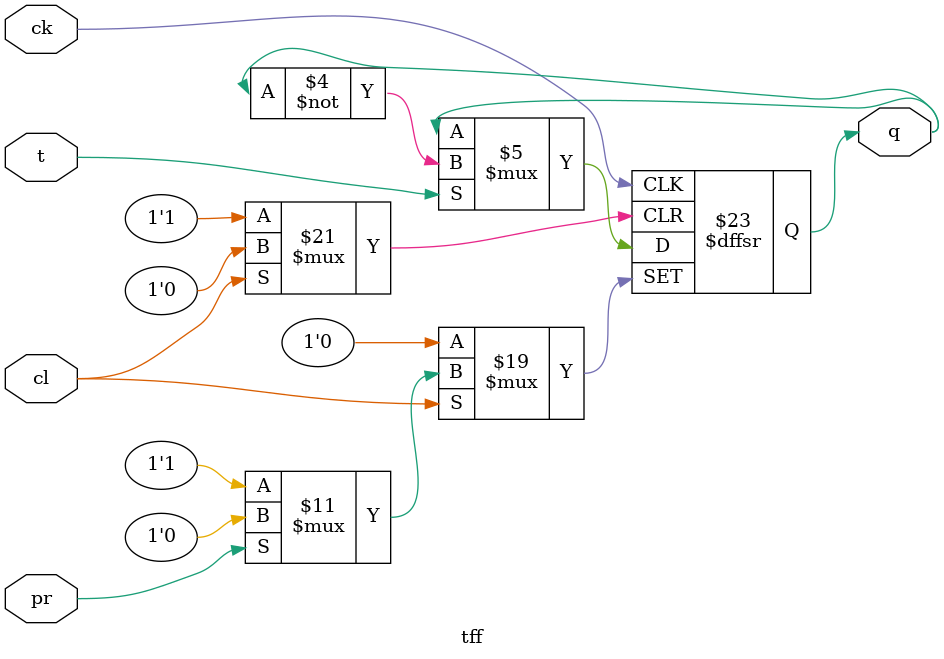
<source format=v>

/*
   Lección 6-2: Flip-flops

   En esta lección se realizan descripciones de flip-flops SR, JK, D y T con
   entradas de puesta a cero y a uno asíncronas. Todos los FF están disparados
   por flanco de subida. Las entradas asíncronas son activas en nivel bajo.
*/

`timescale 1ns / 1ps

//
// Flip-flop SR
//

module srff (
    input wire ck,  // reloj
    input wire s,   // entrada 's'
    input wire r,   // entrada 'r'
    input wire cl,  // puesta a '1' asíncrona
    input wire pr,  // puesta a '0' asíncrona
    output reg q    // estado
    );

    always @(posedge ck, negedge cl, negedge pr)
        if (!cl)
            q <= 1'b0;
        else if (!pr)
            q <= 1'b1;
        else
            case ({s, r})
            2'b01: q <= 1'b0;
            2'b10: q <= 1'b1;
            2'b11: q <= 1'bx;
            endcase
endmodule // srff

//
// Flip-flop JK
//

module jkff (
    input wire ck,  // reloj
    input wire j,   // entrada 'j'
    input wire k,   // entrada 'r'
    input wire cl,  // puesta a '1' asíncrona
    input wire pr,  // puesta a '0' asíncrona
    output reg q    // estado
    );

    always @(posedge ck, negedge cl, negedge pr)
        if (!cl)
            q <= 1'b0;
        else if (!pr)
            q <= 1'b1;
        else
            case ({j, k})
            2'b01: q <= 1'b0;
            2'b10: q <= 1'b1;
            2'b11: q <= ~q;
            endcase
endmodule // jkff

//
// Flip-flop D
//

module dff (
    input wire ck,  // reloj
    input wire d,   // entrada 'd'
    input wire cl,  // puesta a '1' asíncrona
    input wire pr,  // puesta a '0' asíncrona
    output reg q    // estado
    );

    always @(posedge ck, negedge cl, negedge pr)
        if (!cl)
            q <= 1'b0;
        else if (!pr)
            q <= 1'b1;
        else
            q <= d;
endmodule // dff

//
// Flip-flop T
//

module tff (
    input wire ck,  // reloj
    input wire t,   // entrada 't'
    input wire cl,  // puesta a '1' asíncrona
    input wire pr,  // puesta a '0' asíncrona
    output reg q    // estado
    );

    always @(posedge ck, negedge cl, negedge pr)
        if (!cl)
            q <= 1'b0;
        else if (!pr)
            q <= 1'b1;
        else if (t)
            q <= ~q;
endmodule // tff

/*
   (continúa en flip-flops_tb.v)
*/

</source>
